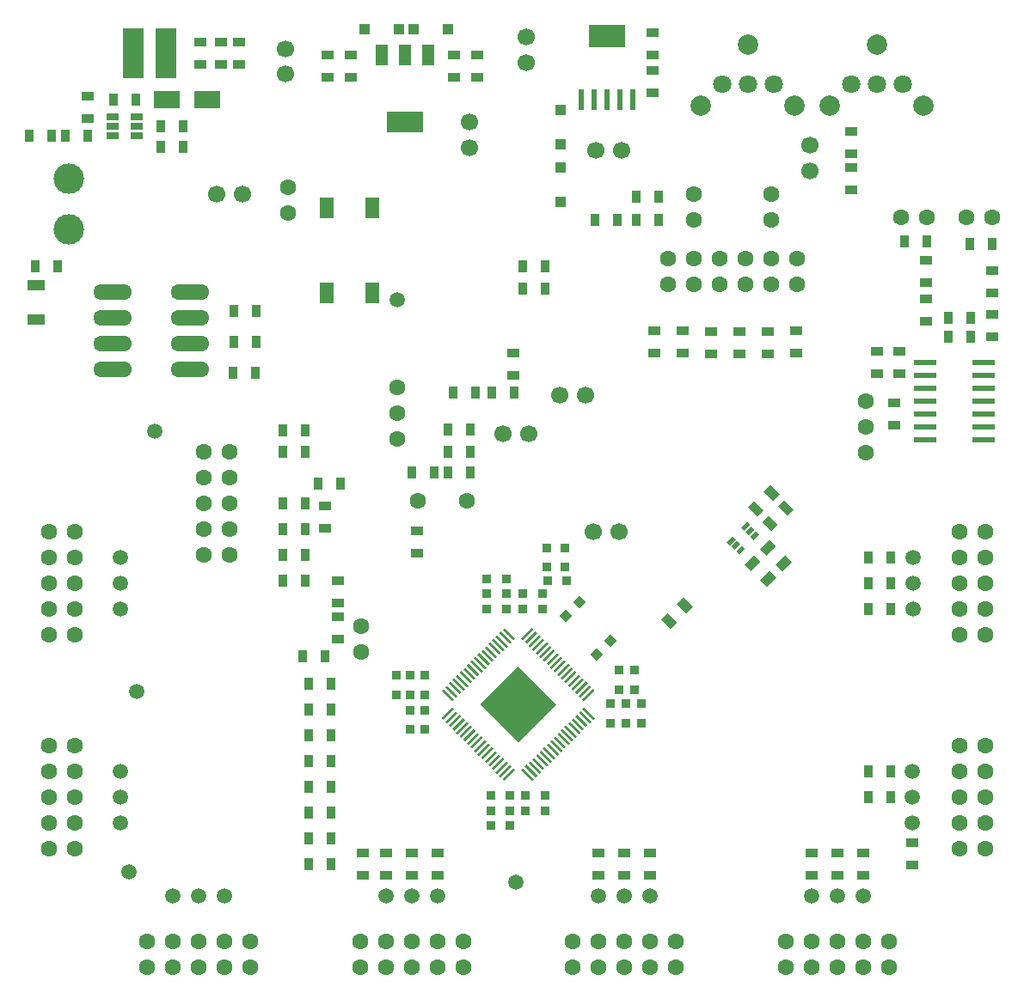
<source format=gts>
G04 #@! TF.FileFunction,Soldermask,Top*
%FSLAX46Y46*%
G04 Gerber Fmt 4.6, Leading zero omitted, Abs format (unit mm)*
G04 Created by KiCad (PCBNEW 4.0.1-stable) date 18/01/2016 20:30:30*
%MOMM*%
G01*
G04 APERTURE LIST*
%ADD10C,0.150000*%
%ADD11C,1.500000*%
%ADD12R,3.600000X2.200000*%
%ADD13R,0.550000X2.150000*%
%ADD14R,2.500000X1.700000*%
%ADD15R,2.100000X5.000000*%
%ADD16C,1.600000*%
%ADD17R,0.900000X0.900000*%
%ADD18R,3.600000X2.000000*%
%ADD19R,1.200000X2.000000*%
%ADD20O,3.810000X1.524000*%
%ADD21C,3.000000*%
%ADD22R,1.200000X0.650000*%
%ADD23R,1.700000X1.100000*%
%ADD24R,1.400000X2.100000*%
%ADD25R,1.300000X0.900000*%
%ADD26R,0.900000X1.300000*%
%ADD27R,2.200000X0.600000*%
%ADD28C,1.700000*%
%ADD29R,1.000000X1.000000*%
%ADD30C,1.800000*%
%ADD31C,2.000000*%
G04 APERTURE END LIST*
D10*
D11*
X81403400Y12066000D03*
X78863400Y12066000D03*
X83943400Y12066000D03*
X14220400Y57913000D03*
X10791400Y45467000D03*
X12442400Y32259000D03*
X10791400Y24385000D03*
X11680400Y14479000D03*
X15998400Y12066000D03*
X49780400Y13463000D03*
X36953400Y12066000D03*
X10791400Y42927000D03*
X10791400Y40387000D03*
X10791400Y21845000D03*
X10791400Y19305000D03*
X18538400Y12066000D03*
X21078400Y12066000D03*
X39493400Y12066000D03*
X42033400Y12066000D03*
X57908400Y12066000D03*
X60448400Y12066000D03*
X62988400Y12066000D03*
X88769400Y19305000D03*
X88769400Y21845000D03*
X88769400Y24385000D03*
X88896400Y40387000D03*
X88896400Y42927000D03*
X88896400Y45467000D03*
X38096400Y70867000D03*
D12*
X58733900Y96876600D03*
D13*
X58733900Y90615500D03*
X61273900Y90615500D03*
X56193900Y90615500D03*
X57463900Y90615500D03*
X60003900Y90615500D03*
D14*
X19395400Y90552000D03*
X15395400Y90552000D03*
D15*
X12112400Y95124000D03*
X15312400Y95124000D03*
D16*
X74926400Y81281000D03*
X74926400Y78741000D03*
X67306400Y81281000D03*
X67306400Y78741000D03*
D17*
X52894400Y43181000D03*
X54794400Y43181000D03*
X54606400Y46417000D03*
X54606400Y44517000D03*
X52828400Y46417000D03*
X52828400Y44517000D03*
D10*
G36*
X57744649Y35268853D02*
X57108253Y35905249D01*
X57744649Y36541645D01*
X58381045Y35905249D01*
X57744649Y35268853D01*
X57744649Y35268853D01*
G37*
G36*
X59088151Y36612355D02*
X58451755Y37248751D01*
X59088151Y37885147D01*
X59724547Y37248751D01*
X59088151Y36612355D01*
X59088151Y36612355D01*
G37*
D17*
X50481400Y40387000D03*
X52381400Y40387000D03*
X50481400Y41911000D03*
X52381400Y41911000D03*
X59940400Y34352000D03*
X59940400Y32452000D03*
X61464400Y34352000D03*
X61464400Y32452000D03*
X52635400Y20448000D03*
X50735400Y20448000D03*
X40763400Y28515000D03*
X40763400Y30415000D03*
X39366400Y28515000D03*
X39366400Y30415000D03*
X46925400Y40387000D03*
X48825400Y40387000D03*
X46925400Y43308000D03*
X48825400Y43308000D03*
X46925400Y41911000D03*
X48825400Y41911000D03*
X59051400Y29150000D03*
X59051400Y31050000D03*
X60575400Y29150000D03*
X60575400Y31050000D03*
X62099400Y29150000D03*
X62099400Y31050000D03*
X47306400Y21972000D03*
X49206400Y21972000D03*
X47306400Y20448000D03*
X49206400Y20448000D03*
X47306400Y19051000D03*
X49206400Y19051000D03*
X40763400Y33844000D03*
X40763400Y31944000D03*
X39366400Y33844000D03*
X39366400Y31944000D03*
X37969400Y33844000D03*
X37969400Y31944000D03*
D16*
X27301400Y81916000D03*
X27301400Y79376000D03*
X84197400Y55754000D03*
X84197400Y60834000D03*
X84197400Y58294000D03*
X90217200Y78995000D03*
X87677200Y78995000D03*
D18*
X38858400Y88393000D03*
D19*
X38858400Y94997000D03*
X36572400Y94997000D03*
X41144400Y94997000D03*
D16*
X21586400Y45721000D03*
X19046400Y45721000D03*
X21586400Y48261000D03*
X19046400Y48261000D03*
X21586400Y50801000D03*
X19046400Y50801000D03*
X21586400Y53341000D03*
X19046400Y53341000D03*
X21586400Y55881000D03*
X19046400Y55881000D03*
D20*
X17643360Y64027032D03*
X17643360Y66567032D03*
X17643360Y69107032D03*
X17643360Y71647032D03*
X10023360Y64027032D03*
X10023360Y66567032D03*
X10023360Y69107032D03*
X10023360Y71647032D03*
D21*
X5711400Y77805000D03*
X5711400Y82805000D03*
D16*
X34413400Y5081000D03*
X34413400Y7621000D03*
X36953400Y5081000D03*
X36953400Y7621000D03*
X39493400Y5081000D03*
X39493400Y7621000D03*
X42033400Y5081000D03*
X42033400Y7621000D03*
X44573400Y5081000D03*
X44573400Y7621000D03*
X13458400Y5081000D03*
X13458400Y7621000D03*
X15998400Y5081000D03*
X15998400Y7621000D03*
X18538400Y5081000D03*
X18538400Y7621000D03*
X21078400Y5081000D03*
X21078400Y7621000D03*
X23618400Y5081000D03*
X23618400Y7621000D03*
X3806400Y26925000D03*
X6346400Y26925000D03*
X3806400Y24385000D03*
X6346400Y24385000D03*
X3806400Y21845000D03*
X6346400Y21845000D03*
X3806400Y19305000D03*
X6346400Y19305000D03*
X3806400Y16765000D03*
X6346400Y16765000D03*
X3806400Y48007000D03*
X6346400Y48007000D03*
X3806400Y45467000D03*
X6346400Y45467000D03*
X3806400Y42927000D03*
X6346400Y42927000D03*
X3806400Y40387000D03*
X6346400Y40387000D03*
X3806400Y37847000D03*
X6346400Y37847000D03*
X96008400Y37847000D03*
X93468400Y37847000D03*
X96008400Y40387000D03*
X93468400Y40387000D03*
X96008400Y42927000D03*
X93468400Y42927000D03*
X96008400Y45467000D03*
X93468400Y45467000D03*
X96008400Y48007000D03*
X93468400Y48007000D03*
X96008400Y16765000D03*
X93468400Y16765000D03*
X96008400Y19305000D03*
X93468400Y19305000D03*
X96008400Y21845000D03*
X93468400Y21845000D03*
X96008400Y24385000D03*
X93468400Y24385000D03*
X96008400Y26925000D03*
X93468400Y26925000D03*
X76323400Y5081000D03*
X76323400Y7621000D03*
X78863400Y5081000D03*
X78863400Y7621000D03*
X81403400Y5081000D03*
X81403400Y7621000D03*
X83943400Y5081000D03*
X83943400Y7621000D03*
X86483400Y5081000D03*
X86483400Y7621000D03*
D10*
G36*
X57367988Y32528258D02*
X57544764Y32351482D01*
X56484104Y31290822D01*
X56307328Y31467598D01*
X57367988Y32528258D01*
X57367988Y32528258D01*
G37*
G36*
X57014435Y32881811D02*
X57191211Y32705035D01*
X56130551Y31644375D01*
X55953775Y31821151D01*
X57014435Y32881811D01*
X57014435Y32881811D01*
G37*
G36*
X56660882Y33235365D02*
X56837658Y33058589D01*
X55776998Y31997929D01*
X55600222Y32174705D01*
X56660882Y33235365D01*
X56660882Y33235365D01*
G37*
G36*
X56307328Y33588918D02*
X56484104Y33412142D01*
X55423444Y32351482D01*
X55246668Y32528258D01*
X56307328Y33588918D01*
X56307328Y33588918D01*
G37*
G36*
X55953775Y33942471D02*
X56130551Y33765695D01*
X55069891Y32705035D01*
X54893115Y32881811D01*
X55953775Y33942471D01*
X55953775Y33942471D01*
G37*
G36*
X55600222Y34296025D02*
X55776998Y34119249D01*
X54716338Y33058589D01*
X54539562Y33235365D01*
X55600222Y34296025D01*
X55600222Y34296025D01*
G37*
G36*
X55246668Y34649578D02*
X55423444Y34472802D01*
X54362784Y33412142D01*
X54186008Y33588918D01*
X55246668Y34649578D01*
X55246668Y34649578D01*
G37*
G36*
X54893115Y35003132D02*
X55069891Y34826356D01*
X54009231Y33765696D01*
X53832455Y33942472D01*
X54893115Y35003132D01*
X54893115Y35003132D01*
G37*
G36*
X54539561Y35356685D02*
X54716337Y35179909D01*
X53655677Y34119249D01*
X53478901Y34296025D01*
X54539561Y35356685D01*
X54539561Y35356685D01*
G37*
G36*
X54186008Y35710238D02*
X54362784Y35533462D01*
X53302124Y34472802D01*
X53125348Y34649578D01*
X54186008Y35710238D01*
X54186008Y35710238D01*
G37*
G36*
X53832455Y36063792D02*
X54009231Y35887016D01*
X52948571Y34826356D01*
X52771795Y35003132D01*
X53832455Y36063792D01*
X53832455Y36063792D01*
G37*
G36*
X53478901Y36417345D02*
X53655677Y36240569D01*
X52595017Y35179909D01*
X52418241Y35356685D01*
X53478901Y36417345D01*
X53478901Y36417345D01*
G37*
G36*
X53125348Y36770899D02*
X53302124Y36594123D01*
X52241464Y35533463D01*
X52064688Y35710239D01*
X53125348Y36770899D01*
X53125348Y36770899D01*
G37*
G36*
X52771794Y37124452D02*
X52948570Y36947676D01*
X51887910Y35887016D01*
X51711134Y36063792D01*
X52771794Y37124452D01*
X52771794Y37124452D01*
G37*
G36*
X52418241Y37478005D02*
X52595017Y37301229D01*
X51534357Y36240569D01*
X51357581Y36417345D01*
X52418241Y37478005D01*
X52418241Y37478005D01*
G37*
G36*
X52064688Y37831559D02*
X52241464Y37654783D01*
X51180804Y36594123D01*
X51004028Y36770899D01*
X52064688Y37831559D01*
X52064688Y37831559D01*
G37*
G36*
X51711134Y38185112D02*
X51887910Y38008336D01*
X50827250Y36947676D01*
X50650474Y37124452D01*
X51711134Y38185112D01*
X51711134Y38185112D01*
G37*
G36*
X51357581Y38538665D02*
X51534357Y38361889D01*
X50473697Y37301229D01*
X50296921Y37478005D01*
X51357581Y38538665D01*
X51357581Y38538665D01*
G37*
G36*
X48635219Y38538665D02*
X49695879Y37478005D01*
X49519103Y37301229D01*
X48458443Y38361889D01*
X48635219Y38538665D01*
X48635219Y38538665D01*
G37*
G36*
X48281666Y38185112D02*
X49342326Y37124452D01*
X49165550Y36947676D01*
X48104890Y38008336D01*
X48281666Y38185112D01*
X48281666Y38185112D01*
G37*
G36*
X47928112Y37831559D02*
X48988772Y36770899D01*
X48811996Y36594123D01*
X47751336Y37654783D01*
X47928112Y37831559D01*
X47928112Y37831559D01*
G37*
G36*
X47574559Y37478005D02*
X48635219Y36417345D01*
X48458443Y36240569D01*
X47397783Y37301229D01*
X47574559Y37478005D01*
X47574559Y37478005D01*
G37*
G36*
X47221006Y37124452D02*
X48281666Y36063792D01*
X48104890Y35887016D01*
X47044230Y36947676D01*
X47221006Y37124452D01*
X47221006Y37124452D01*
G37*
G36*
X46867452Y36770899D02*
X47928112Y35710239D01*
X47751336Y35533463D01*
X46690676Y36594123D01*
X46867452Y36770899D01*
X46867452Y36770899D01*
G37*
G36*
X46513899Y36417345D02*
X47574559Y35356685D01*
X47397783Y35179909D01*
X46337123Y36240569D01*
X46513899Y36417345D01*
X46513899Y36417345D01*
G37*
G36*
X46160345Y36063792D02*
X47221005Y35003132D01*
X47044229Y34826356D01*
X45983569Y35887016D01*
X46160345Y36063792D01*
X46160345Y36063792D01*
G37*
G36*
X45806792Y35710238D02*
X46867452Y34649578D01*
X46690676Y34472802D01*
X45630016Y35533462D01*
X45806792Y35710238D01*
X45806792Y35710238D01*
G37*
G36*
X45453239Y35356685D02*
X46513899Y34296025D01*
X46337123Y34119249D01*
X45276463Y35179909D01*
X45453239Y35356685D01*
X45453239Y35356685D01*
G37*
G36*
X45099685Y35003132D02*
X46160345Y33942472D01*
X45983569Y33765696D01*
X44922909Y34826356D01*
X45099685Y35003132D01*
X45099685Y35003132D01*
G37*
G36*
X44746132Y34649578D02*
X45806792Y33588918D01*
X45630016Y33412142D01*
X44569356Y34472802D01*
X44746132Y34649578D01*
X44746132Y34649578D01*
G37*
G36*
X44392578Y34296025D02*
X45453238Y33235365D01*
X45276462Y33058589D01*
X44215802Y34119249D01*
X44392578Y34296025D01*
X44392578Y34296025D01*
G37*
G36*
X44039025Y33942471D02*
X45099685Y32881811D01*
X44922909Y32705035D01*
X43862249Y33765695D01*
X44039025Y33942471D01*
X44039025Y33942471D01*
G37*
G36*
X43685472Y33588918D02*
X44746132Y32528258D01*
X44569356Y32351482D01*
X43508696Y33412142D01*
X43685472Y33588918D01*
X43685472Y33588918D01*
G37*
G36*
X43331918Y33235365D02*
X44392578Y32174705D01*
X44215802Y31997929D01*
X43155142Y33058589D01*
X43331918Y33235365D01*
X43331918Y33235365D01*
G37*
G36*
X42978365Y32881811D02*
X44039025Y31821151D01*
X43862249Y31644375D01*
X42801589Y32705035D01*
X42978365Y32881811D01*
X42978365Y32881811D01*
G37*
G36*
X42624812Y32528258D02*
X43685472Y31467598D01*
X43508696Y31290822D01*
X42448036Y32351482D01*
X42624812Y32528258D01*
X42624812Y32528258D01*
G37*
G36*
X43508696Y30689780D02*
X43685472Y30513004D01*
X42624812Y29452344D01*
X42448036Y29629120D01*
X43508696Y30689780D01*
X43508696Y30689780D01*
G37*
G36*
X43862249Y30336227D02*
X44039025Y30159451D01*
X42978365Y29098791D01*
X42801589Y29275567D01*
X43862249Y30336227D01*
X43862249Y30336227D01*
G37*
G36*
X44215802Y29982673D02*
X44392578Y29805897D01*
X43331918Y28745237D01*
X43155142Y28922013D01*
X44215802Y29982673D01*
X44215802Y29982673D01*
G37*
G36*
X44569356Y29629120D02*
X44746132Y29452344D01*
X43685472Y28391684D01*
X43508696Y28568460D01*
X44569356Y29629120D01*
X44569356Y29629120D01*
G37*
G36*
X44922909Y29275567D02*
X45099685Y29098791D01*
X44039025Y28038131D01*
X43862249Y28214907D01*
X44922909Y29275567D01*
X44922909Y29275567D01*
G37*
G36*
X45276462Y28922013D02*
X45453238Y28745237D01*
X44392578Y27684577D01*
X44215802Y27861353D01*
X45276462Y28922013D01*
X45276462Y28922013D01*
G37*
G36*
X45630016Y28568460D02*
X45806792Y28391684D01*
X44746132Y27331024D01*
X44569356Y27507800D01*
X45630016Y28568460D01*
X45630016Y28568460D01*
G37*
G36*
X45983569Y28214906D02*
X46160345Y28038130D01*
X45099685Y26977470D01*
X44922909Y27154246D01*
X45983569Y28214906D01*
X45983569Y28214906D01*
G37*
G36*
X46337123Y27861353D02*
X46513899Y27684577D01*
X45453239Y26623917D01*
X45276463Y26800693D01*
X46337123Y27861353D01*
X46337123Y27861353D01*
G37*
G36*
X46690676Y27507800D02*
X46867452Y27331024D01*
X45806792Y26270364D01*
X45630016Y26447140D01*
X46690676Y27507800D01*
X46690676Y27507800D01*
G37*
G36*
X47044229Y27154246D02*
X47221005Y26977470D01*
X46160345Y25916810D01*
X45983569Y26093586D01*
X47044229Y27154246D01*
X47044229Y27154246D01*
G37*
G36*
X47397783Y26800693D02*
X47574559Y26623917D01*
X46513899Y25563257D01*
X46337123Y25740033D01*
X47397783Y26800693D01*
X47397783Y26800693D01*
G37*
G36*
X47751336Y26447139D02*
X47928112Y26270363D01*
X46867452Y25209703D01*
X46690676Y25386479D01*
X47751336Y26447139D01*
X47751336Y26447139D01*
G37*
G36*
X48104890Y26093586D02*
X48281666Y25916810D01*
X47221006Y24856150D01*
X47044230Y25032926D01*
X48104890Y26093586D01*
X48104890Y26093586D01*
G37*
G36*
X48458443Y25740033D02*
X48635219Y25563257D01*
X47574559Y24502597D01*
X47397783Y24679373D01*
X48458443Y25740033D01*
X48458443Y25740033D01*
G37*
G36*
X48811996Y25386479D02*
X48988772Y25209703D01*
X47928112Y24149043D01*
X47751336Y24325819D01*
X48811996Y25386479D01*
X48811996Y25386479D01*
G37*
G36*
X49165550Y25032926D02*
X49342326Y24856150D01*
X48281666Y23795490D01*
X48104890Y23972266D01*
X49165550Y25032926D01*
X49165550Y25032926D01*
G37*
G36*
X49519103Y24679373D02*
X49695879Y24502597D01*
X48635219Y23441937D01*
X48458443Y23618713D01*
X49519103Y24679373D01*
X49519103Y24679373D01*
G37*
G36*
X50473697Y24679373D02*
X51534357Y23618713D01*
X51357581Y23441937D01*
X50296921Y24502597D01*
X50473697Y24679373D01*
X50473697Y24679373D01*
G37*
G36*
X50827250Y25032926D02*
X51887910Y23972266D01*
X51711134Y23795490D01*
X50650474Y24856150D01*
X50827250Y25032926D01*
X50827250Y25032926D01*
G37*
G36*
X51180804Y25386479D02*
X52241464Y24325819D01*
X52064688Y24149043D01*
X51004028Y25209703D01*
X51180804Y25386479D01*
X51180804Y25386479D01*
G37*
G36*
X51534357Y25740033D02*
X52595017Y24679373D01*
X52418241Y24502597D01*
X51357581Y25563257D01*
X51534357Y25740033D01*
X51534357Y25740033D01*
G37*
G36*
X51887910Y26093586D02*
X52948570Y25032926D01*
X52771794Y24856150D01*
X51711134Y25916810D01*
X51887910Y26093586D01*
X51887910Y26093586D01*
G37*
G36*
X52241464Y26447139D02*
X53302124Y25386479D01*
X53125348Y25209703D01*
X52064688Y26270363D01*
X52241464Y26447139D01*
X52241464Y26447139D01*
G37*
G36*
X52595017Y26800693D02*
X53655677Y25740033D01*
X53478901Y25563257D01*
X52418241Y26623917D01*
X52595017Y26800693D01*
X52595017Y26800693D01*
G37*
G36*
X52948571Y27154246D02*
X54009231Y26093586D01*
X53832455Y25916810D01*
X52771795Y26977470D01*
X52948571Y27154246D01*
X52948571Y27154246D01*
G37*
G36*
X53302124Y27507800D02*
X54362784Y26447140D01*
X54186008Y26270364D01*
X53125348Y27331024D01*
X53302124Y27507800D01*
X53302124Y27507800D01*
G37*
G36*
X53655677Y27861353D02*
X54716337Y26800693D01*
X54539561Y26623917D01*
X53478901Y27684577D01*
X53655677Y27861353D01*
X53655677Y27861353D01*
G37*
G36*
X54009231Y28214906D02*
X55069891Y27154246D01*
X54893115Y26977470D01*
X53832455Y28038130D01*
X54009231Y28214906D01*
X54009231Y28214906D01*
G37*
G36*
X54362784Y28568460D02*
X55423444Y27507800D01*
X55246668Y27331024D01*
X54186008Y28391684D01*
X54362784Y28568460D01*
X54362784Y28568460D01*
G37*
G36*
X54716338Y28922013D02*
X55776998Y27861353D01*
X55600222Y27684577D01*
X54539562Y28745237D01*
X54716338Y28922013D01*
X54716338Y28922013D01*
G37*
G36*
X55069891Y29275567D02*
X56130551Y28214907D01*
X55953775Y28038131D01*
X54893115Y29098791D01*
X55069891Y29275567D01*
X55069891Y29275567D01*
G37*
G36*
X55423444Y29629120D02*
X56484104Y28568460D01*
X56307328Y28391684D01*
X55246668Y29452344D01*
X55423444Y29629120D01*
X55423444Y29629120D01*
G37*
G36*
X55776998Y29982673D02*
X56837658Y28922013D01*
X56660882Y28745237D01*
X55600222Y29805897D01*
X55776998Y29982673D01*
X55776998Y29982673D01*
G37*
G36*
X56130551Y30336227D02*
X57191211Y29275567D01*
X57014435Y29098791D01*
X55953775Y30159451D01*
X56130551Y30336227D01*
X56130551Y30336227D01*
G37*
G36*
X56484104Y30689780D02*
X57544764Y29629120D01*
X57367988Y29452344D01*
X56307328Y30513004D01*
X56484104Y30689780D01*
X56484104Y30689780D01*
G37*
G36*
X49996400Y34737967D02*
X53744066Y30990301D01*
X49996400Y27242635D01*
X46248734Y30990301D01*
X49996400Y34737967D01*
X49996400Y34737967D01*
G37*
D16*
X77466400Y74931000D03*
X77466400Y72391000D03*
X74926400Y74931000D03*
X74926400Y72391000D03*
X72386400Y74931000D03*
X72386400Y72391000D03*
X69846400Y74931000D03*
X69846400Y72391000D03*
X67306400Y74931000D03*
X67306400Y72391000D03*
X64766400Y74931000D03*
X64766400Y72391000D03*
X44960400Y51033000D03*
X40080400Y51033000D03*
D22*
X12435900Y87948500D03*
X10035900Y88898500D03*
X10035900Y87948500D03*
X10035900Y86998500D03*
X12435900Y86998500D03*
X12435900Y88898500D03*
D16*
X34518400Y36117000D03*
X34518400Y38657000D03*
D23*
X2536400Y72313000D03*
X2536400Y68913000D03*
D16*
X55368400Y5081000D03*
X55368400Y7621000D03*
X57908400Y5081000D03*
X57908400Y7621000D03*
X60448400Y5081000D03*
X60448400Y7621000D03*
X62988400Y5081000D03*
X62988400Y7621000D03*
X65528400Y5081000D03*
X65528400Y7621000D03*
D24*
X31148400Y79913000D03*
X35648400Y79913000D03*
X31148400Y71513000D03*
X35648400Y71513000D03*
D17*
X52635400Y21972000D03*
X50735400Y21972000D03*
D25*
X45970400Y92797000D03*
X45970400Y94997000D03*
X22475400Y96224000D03*
X22475400Y94024000D03*
X63242400Y94997000D03*
X63242400Y97197000D03*
X63242400Y93493500D03*
X63242400Y91293500D03*
D26*
X63834400Y78741000D03*
X61634400Y78741000D03*
X63834400Y81027000D03*
X61634400Y81027000D03*
X59770400Y78741000D03*
X57570400Y78741000D03*
D25*
X32254400Y39582000D03*
X32254400Y37382000D03*
D26*
X50458400Y74169000D03*
X52658400Y74169000D03*
X50458400Y71946500D03*
X52658400Y71946500D03*
D25*
X86991400Y60664000D03*
X86991400Y58464000D03*
X85340400Y65744000D03*
X85340400Y63544000D03*
X87499400Y63544000D03*
X87499400Y65744000D03*
X90166400Y68751000D03*
X90166400Y70951000D03*
D26*
X87999600Y76607400D03*
X90199600Y76607400D03*
D25*
X96643400Y69427000D03*
X96643400Y67227000D03*
D26*
X94568400Y67184000D03*
X92368400Y67184000D03*
X94568400Y69038200D03*
X92368400Y69038200D03*
D25*
X33524400Y94997000D03*
X33524400Y92797000D03*
D26*
X26836400Y55881000D03*
X29036400Y55881000D03*
X26836400Y57961000D03*
X29036400Y57961000D03*
X26836400Y43181000D03*
X29036400Y43181000D03*
X26836400Y50801000D03*
X29036400Y50801000D03*
X24188400Y69772000D03*
X21988400Y69772000D03*
D25*
X42033400Y16341000D03*
X42033400Y14141000D03*
X39493400Y16341000D03*
X39493400Y14141000D03*
X36953400Y16341000D03*
X36953400Y14141000D03*
X34667400Y16341000D03*
X34667400Y14141000D03*
D26*
X31576400Y15241000D03*
X29376400Y15241000D03*
X31576400Y17781000D03*
X29376400Y17781000D03*
X31576400Y20321000D03*
X29376400Y20321000D03*
X31576400Y22861000D03*
X29376400Y22861000D03*
X31576400Y25401000D03*
X29376400Y25401000D03*
X31576400Y27941000D03*
X29376400Y27941000D03*
X31576400Y30481000D03*
X29376400Y30481000D03*
X31576400Y33021000D03*
X29376400Y33021000D03*
X84494400Y40387000D03*
X86694400Y40387000D03*
D25*
X88769400Y15157000D03*
X88769400Y17357000D03*
X78863400Y16341000D03*
X78863400Y14141000D03*
X57908400Y16341000D03*
X57908400Y14141000D03*
D26*
X86694400Y45467000D03*
X84494400Y45467000D03*
X86694400Y42927000D03*
X84494400Y42927000D03*
X86694400Y24385000D03*
X84494400Y24385000D03*
X86694400Y21845000D03*
X84494400Y21845000D03*
D25*
X83943400Y14141000D03*
X83943400Y16341000D03*
X81403400Y14141000D03*
X81403400Y16341000D03*
X62988400Y14141000D03*
X62988400Y16341000D03*
X60448400Y14141000D03*
X60448400Y16341000D03*
D26*
X39488400Y53827000D03*
X41688400Y53827000D03*
X45244400Y53828000D03*
X43044400Y53828000D03*
D25*
X20697400Y96224000D03*
X20697400Y94024000D03*
D26*
X45800400Y61723000D03*
X43600400Y61723000D03*
D25*
X82800400Y81705000D03*
X82800400Y83905000D03*
D26*
X26836400Y45721000D03*
X29036400Y45721000D03*
X26836400Y48261000D03*
X29036400Y48261000D03*
D25*
X63369400Y67776000D03*
X63369400Y65576000D03*
X66163400Y67776000D03*
X66163400Y65576000D03*
X68957400Y67740000D03*
X68957400Y65540000D03*
X71751400Y67740000D03*
X71751400Y65540000D03*
X74545400Y67740000D03*
X74545400Y65540000D03*
X77339400Y67776000D03*
X77339400Y65576000D03*
D10*
G36*
X66269996Y41509595D02*
X67189234Y40590357D01*
X66552838Y39953961D01*
X65633600Y40873199D01*
X66269996Y41509595D01*
X66269996Y41509595D01*
G37*
G36*
X64714362Y39953961D02*
X65633600Y39034723D01*
X64997204Y38398327D01*
X64077966Y39317565D01*
X64714362Y39953961D01*
X64714362Y39953961D01*
G37*
D26*
X4652400Y74169000D03*
X2452400Y74169000D03*
X1817400Y86996000D03*
X4017400Y86996000D03*
X5373400Y86996000D03*
X7573400Y86996000D03*
D25*
X7616400Y88690000D03*
X7616400Y90890000D03*
D26*
X45244400Y58089000D03*
X43044400Y58089000D03*
X45270800Y55859000D03*
X43070800Y55859000D03*
D25*
X40001400Y45891000D03*
X40001400Y48091000D03*
D26*
X49610400Y61723000D03*
X47410400Y61723000D03*
D25*
X30984400Y50504000D03*
X30984400Y48304000D03*
X32254400Y40938000D03*
X32254400Y43138000D03*
D26*
X28762400Y35688000D03*
X30962400Y35688000D03*
D25*
X49526400Y65617000D03*
X49526400Y63417000D03*
X82800400Y85261000D03*
X82800400Y87461000D03*
X18728900Y96224000D03*
X18728900Y94024000D03*
D26*
X10135900Y90552000D03*
X12335900Y90552000D03*
D25*
X43684400Y92797000D03*
X43684400Y94997000D03*
D26*
X16971400Y87948500D03*
X14771400Y87948500D03*
D25*
X31238400Y94997000D03*
X31238400Y92797000D03*
D26*
X30265400Y52706000D03*
X32465400Y52706000D03*
X24188400Y66724000D03*
X21988400Y66724000D03*
X24104400Y63676000D03*
X21904400Y63676000D03*
X16971400Y85916500D03*
X14771400Y85916500D03*
D25*
X90166400Y72561000D03*
X90166400Y74761000D03*
D16*
X96643400Y78995000D03*
X94103400Y78995000D03*
D25*
X96643400Y73745000D03*
X96643400Y71545000D03*
D26*
X94451200Y76353400D03*
X96651200Y76353400D03*
D27*
X90085400Y64644000D03*
X90085400Y63374000D03*
X90085400Y62104000D03*
X90085400Y60834000D03*
X90085400Y59564000D03*
X90085400Y58294000D03*
X90085400Y57024000D03*
X95835400Y64644000D03*
X95835400Y63374000D03*
X95835400Y62104000D03*
X95835400Y60834000D03*
X95835400Y59564000D03*
X95835400Y58294000D03*
X95835400Y57024000D03*
D10*
G36*
X76201396Y51149134D02*
X77120634Y50229896D01*
X76484238Y49593500D01*
X75565000Y50512738D01*
X76201396Y51149134D01*
X76201396Y51149134D01*
G37*
G36*
X74645762Y49593500D02*
X75565000Y48674262D01*
X74928604Y48037866D01*
X74009366Y48957104D01*
X74645762Y49593500D01*
X74645762Y49593500D01*
G37*
G36*
X73528004Y49499366D02*
X72608766Y50418604D01*
X73245162Y51055000D01*
X74164400Y50135762D01*
X73528004Y49499366D01*
X73528004Y49499366D01*
G37*
G36*
X75083638Y51055000D02*
X74164400Y51974238D01*
X74800796Y52610634D01*
X75720034Y51691396D01*
X75083638Y51055000D01*
X75083638Y51055000D01*
G37*
G36*
X72291266Y44769896D02*
X73210504Y45689134D01*
X73846900Y45052738D01*
X72927662Y44133500D01*
X72291266Y44769896D01*
X72291266Y44769896D01*
G37*
G36*
X73846900Y43214262D02*
X74766138Y44133500D01*
X75402534Y43497104D01*
X74483296Y42577866D01*
X73846900Y43214262D01*
X73846900Y43214262D01*
G37*
G36*
X73815266Y46293896D02*
X74734504Y47213134D01*
X75370900Y46576738D01*
X74451662Y45657500D01*
X73815266Y46293896D01*
X73815266Y46293896D01*
G37*
G36*
X75370900Y44738262D02*
X76290138Y45657500D01*
X76926534Y45021104D01*
X76007296Y44101866D01*
X75370900Y44738262D01*
X75370900Y44738262D01*
G37*
G36*
X70523732Y47000769D02*
X71089418Y47566455D01*
X71407616Y47248257D01*
X70841930Y46682571D01*
X70523732Y47000769D01*
X70523732Y47000769D01*
G37*
G36*
X70983351Y46541149D02*
X71549037Y47106835D01*
X71867235Y46788637D01*
X71301549Y46222951D01*
X70983351Y46541149D01*
X70983351Y46541149D01*
G37*
G36*
X71442971Y46081530D02*
X72008657Y46647216D01*
X72326855Y46329018D01*
X71761169Y45763332D01*
X71442971Y46081530D01*
X71442971Y46081530D01*
G37*
G36*
X72857184Y47495743D02*
X73422870Y48061429D01*
X73741068Y47743231D01*
X73175382Y47177545D01*
X72857184Y47495743D01*
X72857184Y47495743D01*
G37*
G36*
X72397565Y47955363D02*
X72963251Y48521049D01*
X73281449Y48202851D01*
X72715763Y47637165D01*
X72397565Y47955363D01*
X72397565Y47955363D01*
G37*
G36*
X71937945Y48414982D02*
X72503631Y48980668D01*
X72821829Y48662470D01*
X72256143Y48096784D01*
X71937945Y48414982D01*
X71937945Y48414982D01*
G37*
G36*
X54696649Y39078853D02*
X54060253Y39715249D01*
X54696649Y40351645D01*
X55333045Y39715249D01*
X54696649Y39078853D01*
X54696649Y39078853D01*
G37*
G36*
X56040151Y40422355D02*
X55403755Y41058751D01*
X56040151Y41695147D01*
X56676547Y41058751D01*
X56040151Y40422355D01*
X56040151Y40422355D01*
G37*
D28*
X78736400Y86087000D03*
X78736400Y83587000D03*
X57420400Y48007000D03*
X59920400Y48007000D03*
X50796400Y94255000D03*
X50796400Y96755000D03*
X60174400Y85599000D03*
X57674400Y85599000D03*
X20336400Y81281000D03*
X22836400Y81281000D03*
X51030400Y57659000D03*
X48530400Y57659000D03*
X56618400Y61469000D03*
X54118400Y61469000D03*
X27047400Y95612000D03*
X27047400Y93112000D03*
X45208400Y88353000D03*
X45208400Y85853000D03*
D29*
X54161900Y89585000D03*
X54161900Y86185000D03*
X54161900Y83870000D03*
X54161900Y80470000D03*
X34872400Y97537000D03*
X38272400Y97537000D03*
X39698400Y97537000D03*
X43098400Y97537000D03*
D16*
X38096400Y62231000D03*
X38096400Y57151000D03*
X38096400Y59691000D03*
D30*
X82753400Y92073000D03*
X85293400Y92073000D03*
X87833400Y92073000D03*
D31*
X85293400Y95973000D03*
X80693400Y89973000D03*
X89893400Y89973000D03*
D30*
X70053400Y92073000D03*
X72593400Y92073000D03*
X75133400Y92073000D03*
D31*
X72593400Y95973000D03*
X67993400Y89973000D03*
X77193400Y89973000D03*
M02*

</source>
